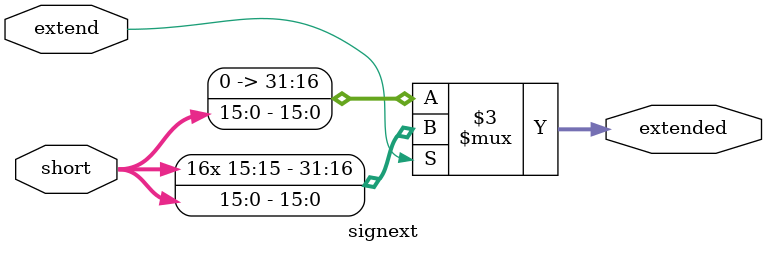
<source format=v>
`timescale 1ns / 1ps


module signext(
    input [15:0] short,
    input extend,
    output reg [31:0] extended
    );
    
    //copy the MSb to the more significant 16 bits
    always@(*)
    if(extend)//sign extend
        extended={{16{short[15]}},short};
    else//zero extend
        extended={16'h0000,short};
    
endmodule

</source>
